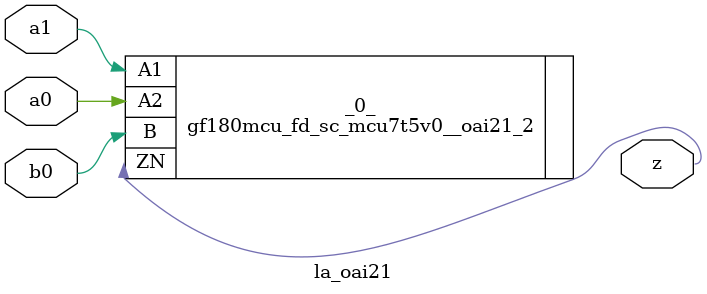
<source format=v>
/* Generated by Yosys 0.37 (git sha1 a5c7f69ed, clang 14.0.0-1ubuntu1.1 -fPIC -Os) */

module la_oai21(a0, a1, b0, z);
  input a0;
  wire a0;
  input a1;
  wire a1;
  input b0;
  wire b0;
  output z;
  wire z;
  gf180mcu_fd_sc_mcu7t5v0__oai21_2 _0_ (
    .A1(a1),
    .A2(a0),
    .B(b0),
    .ZN(z)
  );
endmodule

</source>
